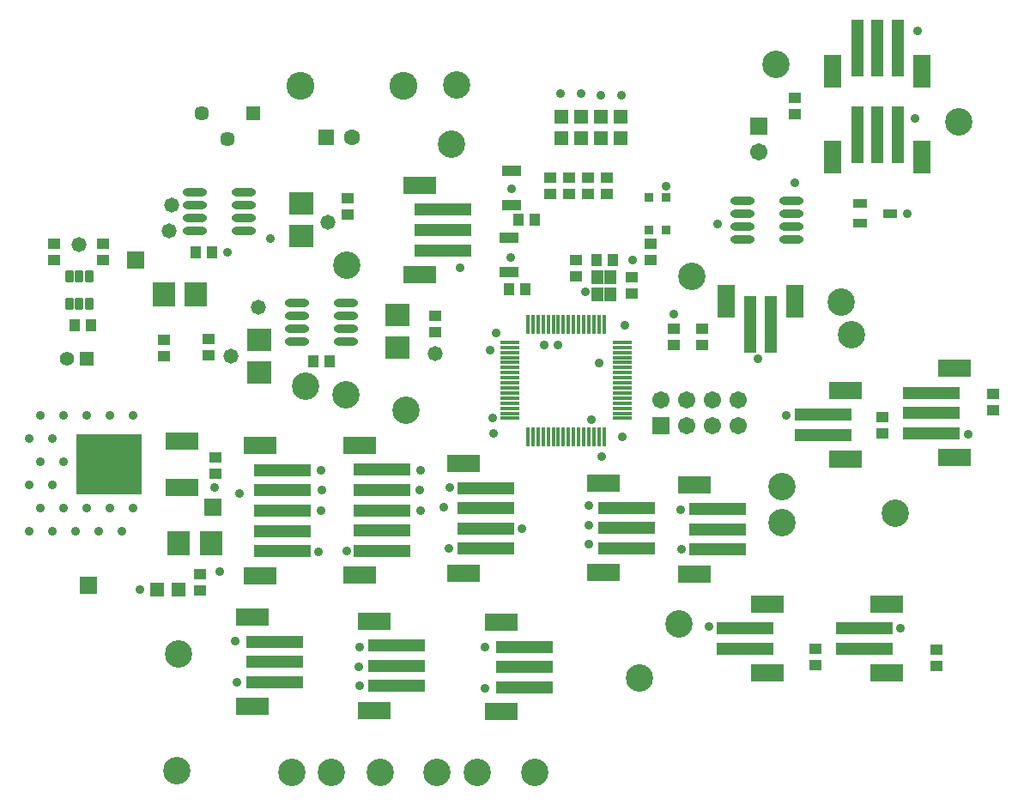
<source format=gts>
G04*
G04 #@! TF.GenerationSoftware,Altium Limited,Altium Designer,18.1.7 (191)*
G04*
G04 Layer_Color=8388736*
%FSLAX25Y25*%
%MOIN*%
G70*
G01*
G75*
%ADD39O,0.09461X0.03162*%
%ADD40R,0.05524X0.05524*%
%ADD41R,0.08674X0.09461*%
%ADD42R,0.22454X0.04737*%
%ADD43R,0.12611X0.07099*%
%ADD44R,0.09461X0.08674*%
%ADD45R,0.04737X0.04343*%
%ADD46R,0.07099X0.12611*%
%ADD47R,0.04737X0.22454*%
%ADD48R,0.05328X0.03359*%
%ADD49R,0.07493X0.03950*%
%ADD50R,0.06800X0.06800*%
%ADD51R,0.04343X0.04737*%
%ADD52R,0.05524X0.05524*%
%ADD53R,0.12611X0.07099*%
%ADD54R,0.25210X0.23635*%
%ADD55R,0.04737X0.05524*%
G04:AMPARAMS|DCode=56|XSize=31.62mil|YSize=47.37mil|CornerRadius=6.01mil|HoleSize=0mil|Usage=FLASHONLY|Rotation=0.000|XOffset=0mil|YOffset=0mil|HoleType=Round|Shape=RoundedRectangle|*
%AMROUNDEDRECTD56*
21,1,0.03162,0.03535,0,0,0.0*
21,1,0.01961,0.04737,0,0,0.0*
1,1,0.01202,0.00980,-0.01768*
1,1,0.01202,-0.00980,-0.01768*
1,1,0.01202,-0.00980,0.01768*
1,1,0.01202,0.00980,0.01768*
%
%ADD56ROUNDEDRECTD56*%
%ADD57O,0.01575X0.07480*%
%ADD58O,0.07480X0.01575*%
%ADD59R,0.03753X0.03556*%
%ADD60C,0.10642*%
%ADD61R,0.05374X0.05374*%
%ADD62C,0.05524*%
%ADD63R,0.06706X0.06706*%
%ADD64C,0.06706*%
%ADD65R,0.06706X0.06706*%
%ADD66R,0.05721X0.05721*%
%ADD67C,0.05721*%
%ADD68C,0.10839*%
%ADD69R,0.06312X0.06312*%
%ADD70C,0.06312*%
%ADD71C,0.03600*%
%ADD72C,0.05800*%
D39*
X304923Y221500D02*
D03*
Y226500D02*
D03*
Y231500D02*
D03*
Y236500D02*
D03*
X286025Y221500D02*
D03*
Y226500D02*
D03*
Y231500D02*
D03*
Y236500D02*
D03*
X131949Y181691D02*
D03*
Y186691D02*
D03*
Y191691D02*
D03*
Y196691D02*
D03*
X113051Y181691D02*
D03*
Y186691D02*
D03*
Y191691D02*
D03*
Y196691D02*
D03*
X73551Y239691D02*
D03*
Y234691D02*
D03*
Y229691D02*
D03*
Y224691D02*
D03*
X92449Y239691D02*
D03*
Y234691D02*
D03*
Y229691D02*
D03*
Y224691D02*
D03*
D40*
X58866Y85385D02*
D03*
X67134D02*
D03*
D41*
X79598Y103500D02*
D03*
X67000D02*
D03*
X73855Y200191D02*
D03*
X61256D02*
D03*
D42*
X169701Y217227D02*
D03*
Y225101D02*
D03*
Y232975D02*
D03*
X201282Y47392D02*
D03*
Y55266D02*
D03*
Y63140D02*
D03*
X151782Y48008D02*
D03*
Y55882D02*
D03*
Y63756D02*
D03*
X104530Y49469D02*
D03*
Y57343D02*
D03*
Y65217D02*
D03*
X146201Y131936D02*
D03*
Y124062D02*
D03*
Y116188D02*
D03*
Y108314D02*
D03*
Y100440D02*
D03*
X107500Y100317D02*
D03*
Y108191D02*
D03*
Y116065D02*
D03*
Y123939D02*
D03*
Y131813D02*
D03*
X276358Y100949D02*
D03*
Y108823D02*
D03*
Y116697D02*
D03*
X359500Y161874D02*
D03*
Y154000D02*
D03*
Y146126D02*
D03*
X287000Y70374D02*
D03*
Y62500D02*
D03*
X317299Y153437D02*
D03*
Y145563D02*
D03*
X333299Y70374D02*
D03*
Y62500D02*
D03*
X240969Y117197D02*
D03*
Y109323D02*
D03*
Y101449D02*
D03*
X186500Y101252D02*
D03*
Y109126D02*
D03*
Y117000D02*
D03*
Y124874D02*
D03*
D43*
X160843Y207778D02*
D03*
Y242424D02*
D03*
X192424Y37943D02*
D03*
Y72589D02*
D03*
X142924Y38559D02*
D03*
Y73205D02*
D03*
X95672Y40020D02*
D03*
Y74666D02*
D03*
X137343Y141384D02*
D03*
Y90991D02*
D03*
X98642Y90868D02*
D03*
Y141262D02*
D03*
X267500Y91500D02*
D03*
Y126146D02*
D03*
X368358Y171323D02*
D03*
Y136677D02*
D03*
X295858Y79823D02*
D03*
Y53051D02*
D03*
X326157Y162886D02*
D03*
Y136114D02*
D03*
X342157Y79823D02*
D03*
Y53051D02*
D03*
X232111Y126646D02*
D03*
Y92000D02*
D03*
X177642Y91803D02*
D03*
Y134323D02*
D03*
D44*
X152000Y179392D02*
D03*
Y191990D02*
D03*
X98256Y169892D02*
D03*
Y182491D02*
D03*
X114756Y235490D02*
D03*
Y222892D02*
D03*
D45*
X306500Y270000D02*
D03*
Y276299D02*
D03*
X259500Y186650D02*
D03*
Y180350D02*
D03*
X361500Y62150D02*
D03*
Y55850D02*
D03*
X314500Y56000D02*
D03*
Y62299D02*
D03*
X383500Y161299D02*
D03*
Y155000D02*
D03*
X340500Y146000D02*
D03*
Y152299D02*
D03*
X270500Y180350D02*
D03*
Y186650D02*
D03*
X221500Y207042D02*
D03*
Y213341D02*
D03*
X242972Y200388D02*
D03*
Y206687D02*
D03*
X250500Y213542D02*
D03*
Y219841D02*
D03*
X226214Y245353D02*
D03*
Y239054D02*
D03*
X218881Y245353D02*
D03*
Y239054D02*
D03*
X233547Y245353D02*
D03*
Y239054D02*
D03*
X211547Y245353D02*
D03*
Y239054D02*
D03*
X75406Y85089D02*
D03*
Y91389D02*
D03*
X81500Y130542D02*
D03*
Y136841D02*
D03*
X18756Y219841D02*
D03*
Y213542D02*
D03*
X37756D02*
D03*
Y219841D02*
D03*
X78756Y176542D02*
D03*
Y182841D02*
D03*
X61256Y176042D02*
D03*
Y182341D02*
D03*
X166756Y185542D02*
D03*
Y191841D02*
D03*
X132756Y231042D02*
D03*
Y237341D02*
D03*
D46*
X321177Y253343D02*
D03*
X355823D02*
D03*
X306449Y197358D02*
D03*
X279677D02*
D03*
X321177Y286843D02*
D03*
X355823D02*
D03*
D47*
X330626Y262201D02*
D03*
X338500D02*
D03*
X346374D02*
D03*
X338500Y295701D02*
D03*
X330626D02*
D03*
X297000Y188500D02*
D03*
X289126D02*
D03*
X346374Y295701D02*
D03*
D48*
X331693Y227760D02*
D03*
Y235240D02*
D03*
X343307Y231500D02*
D03*
D49*
X195500Y208807D02*
D03*
Y222193D02*
D03*
X196500Y248193D02*
D03*
Y234807D02*
D03*
D50*
X50500Y213500D02*
D03*
X80500Y117500D02*
D03*
X32000Y87000D02*
D03*
D51*
X199201Y229000D02*
D03*
X205500D02*
D03*
X201650Y202000D02*
D03*
X195350D02*
D03*
X229350Y213542D02*
D03*
X235650D02*
D03*
X73701Y216500D02*
D03*
X80000D02*
D03*
X119350Y174191D02*
D03*
X125650D02*
D03*
X26607Y188191D02*
D03*
X32906D02*
D03*
D52*
X223403Y260698D02*
D03*
Y268966D02*
D03*
X231102Y260698D02*
D03*
Y268966D02*
D03*
X238801Y260698D02*
D03*
Y268966D02*
D03*
X215705Y260698D02*
D03*
Y268966D02*
D03*
D53*
X68484Y125195D02*
D03*
Y143187D02*
D03*
D54*
X40217Y134191D02*
D03*
D55*
X234812Y206884D02*
D03*
Y200191D02*
D03*
X229694Y206884D02*
D03*
Y200191D02*
D03*
D56*
X32240Y196278D02*
D03*
X28500D02*
D03*
X24760D02*
D03*
Y207105D02*
D03*
X28500D02*
D03*
X32240D02*
D03*
D57*
X232264Y188542D02*
D03*
X230295D02*
D03*
X228327D02*
D03*
X226358D02*
D03*
X224390D02*
D03*
X222421D02*
D03*
X220453D02*
D03*
X218484D02*
D03*
X216516D02*
D03*
X214547D02*
D03*
X212579D02*
D03*
X210610D02*
D03*
X208642D02*
D03*
X206673D02*
D03*
X204705D02*
D03*
X202736D02*
D03*
Y144841D02*
D03*
X204705D02*
D03*
X206673D02*
D03*
X208642D02*
D03*
X210610D02*
D03*
X212579D02*
D03*
X214547D02*
D03*
X216516D02*
D03*
X218484D02*
D03*
X220453D02*
D03*
X222421D02*
D03*
X224390D02*
D03*
X226358D02*
D03*
X228327D02*
D03*
X230295D02*
D03*
X232264D02*
D03*
D58*
X195650Y181455D02*
D03*
Y179487D02*
D03*
Y177518D02*
D03*
Y175549D02*
D03*
Y173581D02*
D03*
Y171613D02*
D03*
Y169644D02*
D03*
Y167675D02*
D03*
Y165707D02*
D03*
Y163739D02*
D03*
Y161770D02*
D03*
Y159801D02*
D03*
Y157833D02*
D03*
Y155865D02*
D03*
Y153896D02*
D03*
Y151927D02*
D03*
X239350D02*
D03*
Y153896D02*
D03*
Y155865D02*
D03*
Y157833D02*
D03*
Y159801D02*
D03*
Y161770D02*
D03*
Y163739D02*
D03*
Y165707D02*
D03*
Y167675D02*
D03*
Y169644D02*
D03*
Y171613D02*
D03*
Y173581D02*
D03*
Y175549D02*
D03*
Y177518D02*
D03*
Y179487D02*
D03*
Y181455D02*
D03*
D59*
X256283Y237774D02*
D03*
Y224979D02*
D03*
X249787D02*
D03*
Y237774D02*
D03*
D60*
X246000Y51000D02*
D03*
X261500Y72000D02*
D03*
X66500Y15000D02*
D03*
X183000Y14500D02*
D03*
X145500D02*
D03*
X370000Y267000D02*
D03*
X299000Y289500D02*
D03*
X345500Y115000D02*
D03*
X266500Y207000D02*
D03*
X328500Y184500D02*
D03*
X301500Y125500D02*
D03*
X324500Y197000D02*
D03*
X301500Y111500D02*
D03*
X155500Y155000D02*
D03*
X132000Y161000D02*
D03*
X116500Y164500D02*
D03*
X205500Y14500D02*
D03*
X167500D02*
D03*
X132500Y211500D02*
D03*
X175000Y281500D02*
D03*
X173000Y258500D02*
D03*
X126500Y14500D02*
D03*
X111000D02*
D03*
X67000Y60500D02*
D03*
D61*
X31500Y175000D02*
D03*
D62*
X23626D02*
D03*
D63*
X254394Y149119D02*
D03*
D64*
X264394D02*
D03*
X274394D02*
D03*
X284394D02*
D03*
X254394Y159119D02*
D03*
X264394D02*
D03*
X274394D02*
D03*
X284394D02*
D03*
X292500Y255500D02*
D03*
D65*
Y265500D02*
D03*
D66*
X96000Y270553D02*
D03*
D67*
X86000Y260554D02*
D03*
X76000Y270553D02*
D03*
D68*
X114500Y281000D02*
D03*
X154500D02*
D03*
D69*
X124500Y261000D02*
D03*
D70*
X134500D02*
D03*
D71*
X83000Y92500D02*
D03*
X49500Y153000D02*
D03*
Y117000D02*
D03*
X45000Y108000D02*
D03*
X40500Y153000D02*
D03*
Y117000D02*
D03*
X36000Y108000D02*
D03*
X31500Y153000D02*
D03*
Y117000D02*
D03*
X27000Y108000D02*
D03*
X22500Y153000D02*
D03*
X18000Y144000D02*
D03*
X22500Y135000D02*
D03*
X18000Y126000D02*
D03*
X22500Y117000D02*
D03*
X18000Y108000D02*
D03*
X13500Y153000D02*
D03*
X9000Y144000D02*
D03*
X13500Y135000D02*
D03*
X9000Y126000D02*
D03*
X13500Y117000D02*
D03*
X9000Y108000D02*
D03*
X225000Y201000D02*
D03*
X137000Y55500D02*
D03*
X354000Y302500D02*
D03*
X353000Y268500D02*
D03*
X350000Y231500D02*
D03*
X262000Y116500D02*
D03*
X176500Y210500D02*
D03*
X189500Y146000D02*
D03*
X86000Y216500D02*
D03*
X230500Y173500D02*
D03*
X303000Y153000D02*
D03*
X200500Y109000D02*
D03*
X161000Y116000D02*
D03*
X172000Y101500D02*
D03*
X132500Y100500D02*
D03*
X121500Y100000D02*
D03*
X122500Y116000D02*
D03*
X292000Y175000D02*
D03*
X262500Y101000D02*
D03*
X273000Y71000D02*
D03*
X347500Y70500D02*
D03*
X259500Y192500D02*
D03*
X170000Y117500D02*
D03*
X186000Y47000D02*
D03*
Y63000D02*
D03*
X137500D02*
D03*
X172500Y125000D02*
D03*
X239000Y277500D02*
D03*
X223500Y278000D02*
D03*
X231000Y277500D02*
D03*
X215500Y278000D02*
D03*
X137500Y48000D02*
D03*
X231500Y137000D02*
D03*
X196500Y241000D02*
D03*
X196000Y214500D02*
D03*
X188000Y178500D02*
D03*
X190500Y185000D02*
D03*
X214500Y180500D02*
D03*
X209000D02*
D03*
X306500Y243500D02*
D03*
X240500Y188000D02*
D03*
X276500Y227500D02*
D03*
X226500Y118000D02*
D03*
Y103000D02*
D03*
Y110500D02*
D03*
X227500Y151500D02*
D03*
X189000Y152191D02*
D03*
X239315Y144841D02*
D03*
X160843Y124191D02*
D03*
X161000Y131821D02*
D03*
X89781Y49469D02*
D03*
X122697Y124191D02*
D03*
X122500Y131821D02*
D03*
X90874Y122695D02*
D03*
X89191Y65500D02*
D03*
X373676Y145680D02*
D03*
X52057Y85385D02*
D03*
X81000Y124991D02*
D03*
X256236Y242191D02*
D03*
X102756Y221691D02*
D03*
X243470Y213542D02*
D03*
D72*
X125000Y228000D02*
D03*
X63256Y224691D02*
D03*
X87500Y176014D02*
D03*
X166756Y177191D02*
D03*
X64256Y234691D02*
D03*
X28256Y219282D02*
D03*
X98006Y194990D02*
D03*
M02*

</source>
